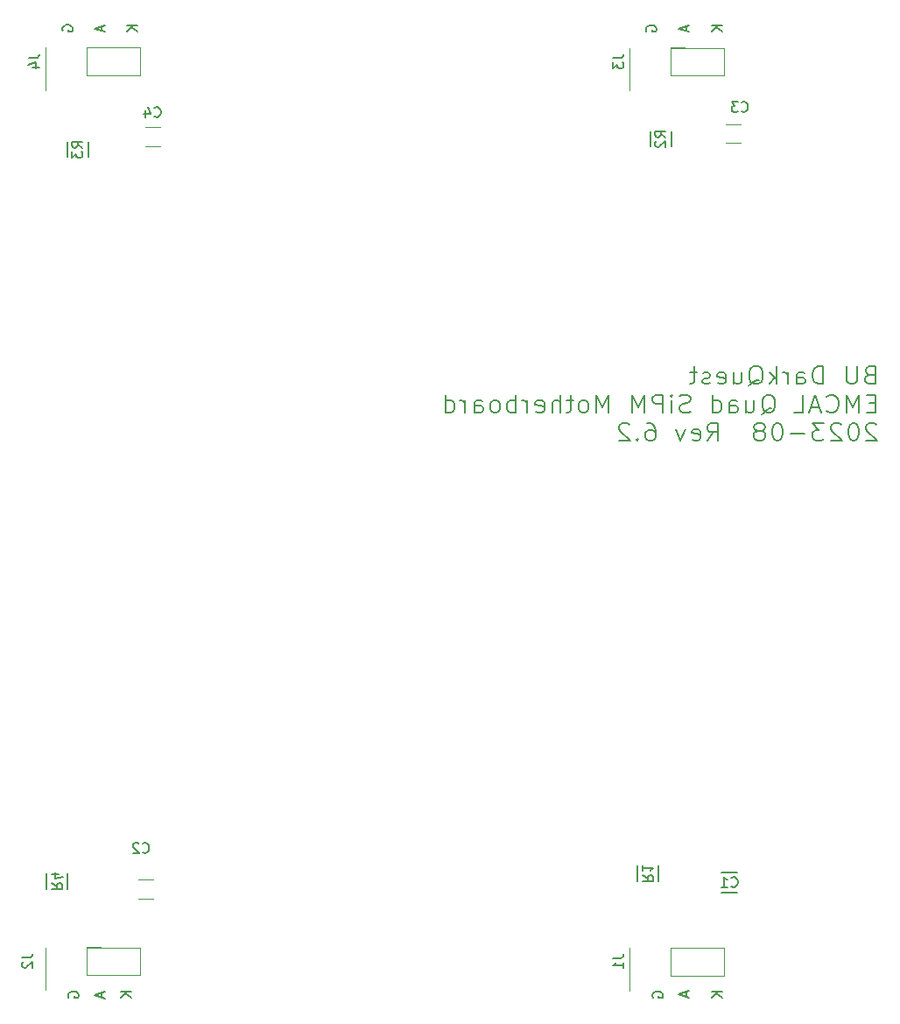
<source format=gbr>
%TF.GenerationSoftware,KiCad,Pcbnew,7.0.5-0*%
%TF.CreationDate,2023-08-23T15:34:40-04:00*%
%TF.ProjectId,quad_sipm,71756164-5f73-4697-906d-2e6b69636164,6.2*%
%TF.SameCoordinates,Original*%
%TF.FileFunction,Legend,Bot*%
%TF.FilePolarity,Positive*%
%FSLAX46Y46*%
G04 Gerber Fmt 4.6, Leading zero omitted, Abs format (unit mm)*
G04 Created by KiCad (PCBNEW 7.0.5-0) date 2023-08-23 15:34:40*
%MOMM*%
%LPD*%
G01*
G04 APERTURE LIST*
%ADD10C,0.150000*%
%ADD11C,0.203200*%
%ADD12C,0.120000*%
%ADD13C,0.152400*%
G04 APERTURE END LIST*
D10*
X124597438Y-53601904D02*
X124549819Y-53506666D01*
X124549819Y-53506666D02*
X124549819Y-53363809D01*
X124549819Y-53363809D02*
X124597438Y-53220952D01*
X124597438Y-53220952D02*
X124692676Y-53125714D01*
X124692676Y-53125714D02*
X124787914Y-53078095D01*
X124787914Y-53078095D02*
X124978390Y-53030476D01*
X124978390Y-53030476D02*
X125121247Y-53030476D01*
X125121247Y-53030476D02*
X125311723Y-53078095D01*
X125311723Y-53078095D02*
X125406961Y-53125714D01*
X125406961Y-53125714D02*
X125502200Y-53220952D01*
X125502200Y-53220952D02*
X125549819Y-53363809D01*
X125549819Y-53363809D02*
X125549819Y-53459047D01*
X125549819Y-53459047D02*
X125502200Y-53601904D01*
X125502200Y-53601904D02*
X125454580Y-53649523D01*
X125454580Y-53649523D02*
X125121247Y-53649523D01*
X125121247Y-53649523D02*
X125121247Y-53459047D01*
X131899819Y-53078095D02*
X130899819Y-53078095D01*
X131899819Y-53649523D02*
X131328390Y-53220952D01*
X130899819Y-53649523D02*
X131471247Y-53078095D01*
X128439104Y-53101905D02*
X128439104Y-53578095D01*
X128724819Y-53006667D02*
X127724819Y-53340000D01*
X127724819Y-53340000D02*
X128724819Y-53673333D01*
X68717438Y-146983220D02*
X68669819Y-146887982D01*
X68669819Y-146887982D02*
X68669819Y-146745125D01*
X68669819Y-146745125D02*
X68717438Y-146602268D01*
X68717438Y-146602268D02*
X68812676Y-146507030D01*
X68812676Y-146507030D02*
X68907914Y-146459411D01*
X68907914Y-146459411D02*
X69098390Y-146411792D01*
X69098390Y-146411792D02*
X69241247Y-146411792D01*
X69241247Y-146411792D02*
X69431723Y-146459411D01*
X69431723Y-146459411D02*
X69526961Y-146507030D01*
X69526961Y-146507030D02*
X69622200Y-146602268D01*
X69622200Y-146602268D02*
X69669819Y-146745125D01*
X69669819Y-146745125D02*
X69669819Y-146840363D01*
X69669819Y-146840363D02*
X69622200Y-146983220D01*
X69622200Y-146983220D02*
X69574580Y-147030839D01*
X69574580Y-147030839D02*
X69241247Y-147030839D01*
X69241247Y-147030839D02*
X69241247Y-146840363D01*
X71924104Y-146554649D02*
X71924104Y-147030839D01*
X72209819Y-146459411D02*
X71209819Y-146792744D01*
X71209819Y-146792744D02*
X72209819Y-147126077D01*
X75384819Y-53078095D02*
X74384819Y-53078095D01*
X75384819Y-53649523D02*
X74813390Y-53220952D01*
X74384819Y-53649523D02*
X74956247Y-53078095D01*
X71924104Y-53101905D02*
X71924104Y-53578095D01*
X72209819Y-53006667D02*
X71209819Y-53340000D01*
X71209819Y-53340000D02*
X72209819Y-53673333D01*
X74749819Y-146423095D02*
X73749819Y-146423095D01*
X74749819Y-146994523D02*
X74178390Y-146565952D01*
X73749819Y-146994523D02*
X74321247Y-146423095D01*
X128439104Y-146446905D02*
X128439104Y-146923095D01*
X128724819Y-146351667D02*
X127724819Y-146685000D01*
X127724819Y-146685000D02*
X128724819Y-147018333D01*
X125232438Y-146983220D02*
X125184819Y-146887982D01*
X125184819Y-146887982D02*
X125184819Y-146745125D01*
X125184819Y-146745125D02*
X125232438Y-146602268D01*
X125232438Y-146602268D02*
X125327676Y-146507030D01*
X125327676Y-146507030D02*
X125422914Y-146459411D01*
X125422914Y-146459411D02*
X125613390Y-146411792D01*
X125613390Y-146411792D02*
X125756247Y-146411792D01*
X125756247Y-146411792D02*
X125946723Y-146459411D01*
X125946723Y-146459411D02*
X126041961Y-146507030D01*
X126041961Y-146507030D02*
X126137200Y-146602268D01*
X126137200Y-146602268D02*
X126184819Y-146745125D01*
X126184819Y-146745125D02*
X126184819Y-146840363D01*
X126184819Y-146840363D02*
X126137200Y-146983220D01*
X126137200Y-146983220D02*
X126089580Y-147030839D01*
X126089580Y-147030839D02*
X125756247Y-147030839D01*
X125756247Y-147030839D02*
X125756247Y-146840363D01*
X131899819Y-146423095D02*
X130899819Y-146423095D01*
X131899819Y-146994523D02*
X131328390Y-146565952D01*
X130899819Y-146994523D02*
X131471247Y-146423095D01*
D11*
X146157744Y-86810410D02*
X145900601Y-86891362D01*
X145900601Y-86891362D02*
X145814887Y-86972314D01*
X145814887Y-86972314D02*
X145729173Y-87134219D01*
X145729173Y-87134219D02*
X145729173Y-87377076D01*
X145729173Y-87377076D02*
X145814887Y-87538981D01*
X145814887Y-87538981D02*
X145900601Y-87619934D01*
X145900601Y-87619934D02*
X146072030Y-87700886D01*
X146072030Y-87700886D02*
X146757744Y-87700886D01*
X146757744Y-87700886D02*
X146757744Y-86000886D01*
X146757744Y-86000886D02*
X146157744Y-86000886D01*
X146157744Y-86000886D02*
X145986316Y-86081838D01*
X145986316Y-86081838D02*
X145900601Y-86162791D01*
X145900601Y-86162791D02*
X145814887Y-86324695D01*
X145814887Y-86324695D02*
X145814887Y-86486600D01*
X145814887Y-86486600D02*
X145900601Y-86648505D01*
X145900601Y-86648505D02*
X145986316Y-86729457D01*
X145986316Y-86729457D02*
X146157744Y-86810410D01*
X146157744Y-86810410D02*
X146757744Y-86810410D01*
X144957744Y-86000886D02*
X144957744Y-87377076D01*
X144957744Y-87377076D02*
X144872030Y-87538981D01*
X144872030Y-87538981D02*
X144786316Y-87619934D01*
X144786316Y-87619934D02*
X144614887Y-87700886D01*
X144614887Y-87700886D02*
X144272030Y-87700886D01*
X144272030Y-87700886D02*
X144100601Y-87619934D01*
X144100601Y-87619934D02*
X144014887Y-87538981D01*
X144014887Y-87538981D02*
X143929173Y-87377076D01*
X143929173Y-87377076D02*
X143929173Y-86000886D01*
X141700601Y-87700886D02*
X141700601Y-86000886D01*
X141700601Y-86000886D02*
X141272030Y-86000886D01*
X141272030Y-86000886D02*
X141014887Y-86081838D01*
X141014887Y-86081838D02*
X140843458Y-86243743D01*
X140843458Y-86243743D02*
X140757744Y-86405648D01*
X140757744Y-86405648D02*
X140672030Y-86729457D01*
X140672030Y-86729457D02*
X140672030Y-86972314D01*
X140672030Y-86972314D02*
X140757744Y-87296124D01*
X140757744Y-87296124D02*
X140843458Y-87458029D01*
X140843458Y-87458029D02*
X141014887Y-87619934D01*
X141014887Y-87619934D02*
X141272030Y-87700886D01*
X141272030Y-87700886D02*
X141700601Y-87700886D01*
X139129173Y-87700886D02*
X139129173Y-86810410D01*
X139129173Y-86810410D02*
X139214887Y-86648505D01*
X139214887Y-86648505D02*
X139386315Y-86567553D01*
X139386315Y-86567553D02*
X139729173Y-86567553D01*
X139729173Y-86567553D02*
X139900601Y-86648505D01*
X139129173Y-87619934D02*
X139300601Y-87700886D01*
X139300601Y-87700886D02*
X139729173Y-87700886D01*
X139729173Y-87700886D02*
X139900601Y-87619934D01*
X139900601Y-87619934D02*
X139986315Y-87458029D01*
X139986315Y-87458029D02*
X139986315Y-87296124D01*
X139986315Y-87296124D02*
X139900601Y-87134219D01*
X139900601Y-87134219D02*
X139729173Y-87053267D01*
X139729173Y-87053267D02*
X139300601Y-87053267D01*
X139300601Y-87053267D02*
X139129173Y-86972314D01*
X138272030Y-87700886D02*
X138272030Y-86567553D01*
X138272030Y-86891362D02*
X138186316Y-86729457D01*
X138186316Y-86729457D02*
X138100602Y-86648505D01*
X138100602Y-86648505D02*
X137929173Y-86567553D01*
X137929173Y-86567553D02*
X137757744Y-86567553D01*
X137157744Y-87700886D02*
X137157744Y-86000886D01*
X136986316Y-87053267D02*
X136472030Y-87700886D01*
X136472030Y-86567553D02*
X137157744Y-87215172D01*
X134500601Y-87862791D02*
X134672030Y-87781838D01*
X134672030Y-87781838D02*
X134843458Y-87619934D01*
X134843458Y-87619934D02*
X135100601Y-87377076D01*
X135100601Y-87377076D02*
X135272030Y-87296124D01*
X135272030Y-87296124D02*
X135443458Y-87296124D01*
X135357744Y-87700886D02*
X135529173Y-87619934D01*
X135529173Y-87619934D02*
X135700601Y-87458029D01*
X135700601Y-87458029D02*
X135786315Y-87134219D01*
X135786315Y-87134219D02*
X135786315Y-86567553D01*
X135786315Y-86567553D02*
X135700601Y-86243743D01*
X135700601Y-86243743D02*
X135529173Y-86081838D01*
X135529173Y-86081838D02*
X135357744Y-86000886D01*
X135357744Y-86000886D02*
X135014887Y-86000886D01*
X135014887Y-86000886D02*
X134843458Y-86081838D01*
X134843458Y-86081838D02*
X134672030Y-86243743D01*
X134672030Y-86243743D02*
X134586315Y-86567553D01*
X134586315Y-86567553D02*
X134586315Y-87134219D01*
X134586315Y-87134219D02*
X134672030Y-87458029D01*
X134672030Y-87458029D02*
X134843458Y-87619934D01*
X134843458Y-87619934D02*
X135014887Y-87700886D01*
X135014887Y-87700886D02*
X135357744Y-87700886D01*
X133043459Y-86567553D02*
X133043459Y-87700886D01*
X133814887Y-86567553D02*
X133814887Y-87458029D01*
X133814887Y-87458029D02*
X133729173Y-87619934D01*
X133729173Y-87619934D02*
X133557744Y-87700886D01*
X133557744Y-87700886D02*
X133300601Y-87700886D01*
X133300601Y-87700886D02*
X133129173Y-87619934D01*
X133129173Y-87619934D02*
X133043459Y-87538981D01*
X131500602Y-87619934D02*
X131672030Y-87700886D01*
X131672030Y-87700886D02*
X132014888Y-87700886D01*
X132014888Y-87700886D02*
X132186316Y-87619934D01*
X132186316Y-87619934D02*
X132272030Y-87458029D01*
X132272030Y-87458029D02*
X132272030Y-86810410D01*
X132272030Y-86810410D02*
X132186316Y-86648505D01*
X132186316Y-86648505D02*
X132014888Y-86567553D01*
X132014888Y-86567553D02*
X131672030Y-86567553D01*
X131672030Y-86567553D02*
X131500602Y-86648505D01*
X131500602Y-86648505D02*
X131414888Y-86810410D01*
X131414888Y-86810410D02*
X131414888Y-86972314D01*
X131414888Y-86972314D02*
X132272030Y-87134219D01*
X130729173Y-87619934D02*
X130557745Y-87700886D01*
X130557745Y-87700886D02*
X130214888Y-87700886D01*
X130214888Y-87700886D02*
X130043459Y-87619934D01*
X130043459Y-87619934D02*
X129957745Y-87458029D01*
X129957745Y-87458029D02*
X129957745Y-87377076D01*
X129957745Y-87377076D02*
X130043459Y-87215172D01*
X130043459Y-87215172D02*
X130214888Y-87134219D01*
X130214888Y-87134219D02*
X130472031Y-87134219D01*
X130472031Y-87134219D02*
X130643459Y-87053267D01*
X130643459Y-87053267D02*
X130729173Y-86891362D01*
X130729173Y-86891362D02*
X130729173Y-86810410D01*
X130729173Y-86810410D02*
X130643459Y-86648505D01*
X130643459Y-86648505D02*
X130472031Y-86567553D01*
X130472031Y-86567553D02*
X130214888Y-86567553D01*
X130214888Y-86567553D02*
X130043459Y-86648505D01*
X129443459Y-86567553D02*
X128757745Y-86567553D01*
X129186316Y-86000886D02*
X129186316Y-87458029D01*
X129186316Y-87458029D02*
X129100602Y-87619934D01*
X129100602Y-87619934D02*
X128929173Y-87700886D01*
X128929173Y-87700886D02*
X128757745Y-87700886D01*
X146757744Y-89547410D02*
X146157744Y-89547410D01*
X145900601Y-90437886D02*
X146757744Y-90437886D01*
X146757744Y-90437886D02*
X146757744Y-88737886D01*
X146757744Y-88737886D02*
X145900601Y-88737886D01*
X145129173Y-90437886D02*
X145129173Y-88737886D01*
X145129173Y-88737886D02*
X144529173Y-89952172D01*
X144529173Y-89952172D02*
X143929173Y-88737886D01*
X143929173Y-88737886D02*
X143929173Y-90437886D01*
X142043459Y-90275981D02*
X142129173Y-90356934D01*
X142129173Y-90356934D02*
X142386316Y-90437886D01*
X142386316Y-90437886D02*
X142557744Y-90437886D01*
X142557744Y-90437886D02*
X142814887Y-90356934D01*
X142814887Y-90356934D02*
X142986316Y-90195029D01*
X142986316Y-90195029D02*
X143072030Y-90033124D01*
X143072030Y-90033124D02*
X143157744Y-89709314D01*
X143157744Y-89709314D02*
X143157744Y-89466457D01*
X143157744Y-89466457D02*
X143072030Y-89142648D01*
X143072030Y-89142648D02*
X142986316Y-88980743D01*
X142986316Y-88980743D02*
X142814887Y-88818838D01*
X142814887Y-88818838D02*
X142557744Y-88737886D01*
X142557744Y-88737886D02*
X142386316Y-88737886D01*
X142386316Y-88737886D02*
X142129173Y-88818838D01*
X142129173Y-88818838D02*
X142043459Y-88899791D01*
X141357744Y-89952172D02*
X140500602Y-89952172D01*
X141529173Y-90437886D02*
X140929173Y-88737886D01*
X140929173Y-88737886D02*
X140329173Y-90437886D01*
X138872030Y-90437886D02*
X139729173Y-90437886D01*
X139729173Y-90437886D02*
X139729173Y-88737886D01*
X135700601Y-90599791D02*
X135872030Y-90518838D01*
X135872030Y-90518838D02*
X136043458Y-90356934D01*
X136043458Y-90356934D02*
X136300601Y-90114076D01*
X136300601Y-90114076D02*
X136472030Y-90033124D01*
X136472030Y-90033124D02*
X136643458Y-90033124D01*
X136557744Y-90437886D02*
X136729173Y-90356934D01*
X136729173Y-90356934D02*
X136900601Y-90195029D01*
X136900601Y-90195029D02*
X136986315Y-89871219D01*
X136986315Y-89871219D02*
X136986315Y-89304553D01*
X136986315Y-89304553D02*
X136900601Y-88980743D01*
X136900601Y-88980743D02*
X136729173Y-88818838D01*
X136729173Y-88818838D02*
X136557744Y-88737886D01*
X136557744Y-88737886D02*
X136214887Y-88737886D01*
X136214887Y-88737886D02*
X136043458Y-88818838D01*
X136043458Y-88818838D02*
X135872030Y-88980743D01*
X135872030Y-88980743D02*
X135786315Y-89304553D01*
X135786315Y-89304553D02*
X135786315Y-89871219D01*
X135786315Y-89871219D02*
X135872030Y-90195029D01*
X135872030Y-90195029D02*
X136043458Y-90356934D01*
X136043458Y-90356934D02*
X136214887Y-90437886D01*
X136214887Y-90437886D02*
X136557744Y-90437886D01*
X134243459Y-89304553D02*
X134243459Y-90437886D01*
X135014887Y-89304553D02*
X135014887Y-90195029D01*
X135014887Y-90195029D02*
X134929173Y-90356934D01*
X134929173Y-90356934D02*
X134757744Y-90437886D01*
X134757744Y-90437886D02*
X134500601Y-90437886D01*
X134500601Y-90437886D02*
X134329173Y-90356934D01*
X134329173Y-90356934D02*
X134243459Y-90275981D01*
X132614888Y-90437886D02*
X132614888Y-89547410D01*
X132614888Y-89547410D02*
X132700602Y-89385505D01*
X132700602Y-89385505D02*
X132872030Y-89304553D01*
X132872030Y-89304553D02*
X133214888Y-89304553D01*
X133214888Y-89304553D02*
X133386316Y-89385505D01*
X132614888Y-90356934D02*
X132786316Y-90437886D01*
X132786316Y-90437886D02*
X133214888Y-90437886D01*
X133214888Y-90437886D02*
X133386316Y-90356934D01*
X133386316Y-90356934D02*
X133472030Y-90195029D01*
X133472030Y-90195029D02*
X133472030Y-90033124D01*
X133472030Y-90033124D02*
X133386316Y-89871219D01*
X133386316Y-89871219D02*
X133214888Y-89790267D01*
X133214888Y-89790267D02*
X132786316Y-89790267D01*
X132786316Y-89790267D02*
X132614888Y-89709314D01*
X130986317Y-90437886D02*
X130986317Y-88737886D01*
X130986317Y-90356934D02*
X131157745Y-90437886D01*
X131157745Y-90437886D02*
X131500602Y-90437886D01*
X131500602Y-90437886D02*
X131672031Y-90356934D01*
X131672031Y-90356934D02*
X131757745Y-90275981D01*
X131757745Y-90275981D02*
X131843459Y-90114076D01*
X131843459Y-90114076D02*
X131843459Y-89628362D01*
X131843459Y-89628362D02*
X131757745Y-89466457D01*
X131757745Y-89466457D02*
X131672031Y-89385505D01*
X131672031Y-89385505D02*
X131500602Y-89304553D01*
X131500602Y-89304553D02*
X131157745Y-89304553D01*
X131157745Y-89304553D02*
X130986317Y-89385505D01*
X128843459Y-90356934D02*
X128586317Y-90437886D01*
X128586317Y-90437886D02*
X128157745Y-90437886D01*
X128157745Y-90437886D02*
X127986317Y-90356934D01*
X127986317Y-90356934D02*
X127900602Y-90275981D01*
X127900602Y-90275981D02*
X127814888Y-90114076D01*
X127814888Y-90114076D02*
X127814888Y-89952172D01*
X127814888Y-89952172D02*
X127900602Y-89790267D01*
X127900602Y-89790267D02*
X127986317Y-89709314D01*
X127986317Y-89709314D02*
X128157745Y-89628362D01*
X128157745Y-89628362D02*
X128500602Y-89547410D01*
X128500602Y-89547410D02*
X128672031Y-89466457D01*
X128672031Y-89466457D02*
X128757745Y-89385505D01*
X128757745Y-89385505D02*
X128843459Y-89223600D01*
X128843459Y-89223600D02*
X128843459Y-89061695D01*
X128843459Y-89061695D02*
X128757745Y-88899791D01*
X128757745Y-88899791D02*
X128672031Y-88818838D01*
X128672031Y-88818838D02*
X128500602Y-88737886D01*
X128500602Y-88737886D02*
X128072031Y-88737886D01*
X128072031Y-88737886D02*
X127814888Y-88818838D01*
X127043459Y-90437886D02*
X127043459Y-89304553D01*
X127043459Y-88737886D02*
X127129173Y-88818838D01*
X127129173Y-88818838D02*
X127043459Y-88899791D01*
X127043459Y-88899791D02*
X126957745Y-88818838D01*
X126957745Y-88818838D02*
X127043459Y-88737886D01*
X127043459Y-88737886D02*
X127043459Y-88899791D01*
X126186316Y-90437886D02*
X126186316Y-88737886D01*
X126186316Y-88737886D02*
X125500602Y-88737886D01*
X125500602Y-88737886D02*
X125329173Y-88818838D01*
X125329173Y-88818838D02*
X125243459Y-88899791D01*
X125243459Y-88899791D02*
X125157745Y-89061695D01*
X125157745Y-89061695D02*
X125157745Y-89304553D01*
X125157745Y-89304553D02*
X125243459Y-89466457D01*
X125243459Y-89466457D02*
X125329173Y-89547410D01*
X125329173Y-89547410D02*
X125500602Y-89628362D01*
X125500602Y-89628362D02*
X126186316Y-89628362D01*
X124386316Y-90437886D02*
X124386316Y-88737886D01*
X124386316Y-88737886D02*
X123786316Y-89952172D01*
X123786316Y-89952172D02*
X123186316Y-88737886D01*
X123186316Y-88737886D02*
X123186316Y-90437886D01*
X120957744Y-90437886D02*
X120957744Y-88737886D01*
X120957744Y-88737886D02*
X120357744Y-89952172D01*
X120357744Y-89952172D02*
X119757744Y-88737886D01*
X119757744Y-88737886D02*
X119757744Y-90437886D01*
X118643458Y-90437886D02*
X118814887Y-90356934D01*
X118814887Y-90356934D02*
X118900601Y-90275981D01*
X118900601Y-90275981D02*
X118986315Y-90114076D01*
X118986315Y-90114076D02*
X118986315Y-89628362D01*
X118986315Y-89628362D02*
X118900601Y-89466457D01*
X118900601Y-89466457D02*
X118814887Y-89385505D01*
X118814887Y-89385505D02*
X118643458Y-89304553D01*
X118643458Y-89304553D02*
X118386315Y-89304553D01*
X118386315Y-89304553D02*
X118214887Y-89385505D01*
X118214887Y-89385505D02*
X118129173Y-89466457D01*
X118129173Y-89466457D02*
X118043458Y-89628362D01*
X118043458Y-89628362D02*
X118043458Y-90114076D01*
X118043458Y-90114076D02*
X118129173Y-90275981D01*
X118129173Y-90275981D02*
X118214887Y-90356934D01*
X118214887Y-90356934D02*
X118386315Y-90437886D01*
X118386315Y-90437886D02*
X118643458Y-90437886D01*
X117529173Y-89304553D02*
X116843459Y-89304553D01*
X117272030Y-88737886D02*
X117272030Y-90195029D01*
X117272030Y-90195029D02*
X117186316Y-90356934D01*
X117186316Y-90356934D02*
X117014887Y-90437886D01*
X117014887Y-90437886D02*
X116843459Y-90437886D01*
X116243459Y-90437886D02*
X116243459Y-88737886D01*
X115472031Y-90437886D02*
X115472031Y-89547410D01*
X115472031Y-89547410D02*
X115557745Y-89385505D01*
X115557745Y-89385505D02*
X115729173Y-89304553D01*
X115729173Y-89304553D02*
X115986316Y-89304553D01*
X115986316Y-89304553D02*
X116157745Y-89385505D01*
X116157745Y-89385505D02*
X116243459Y-89466457D01*
X113929174Y-90356934D02*
X114100602Y-90437886D01*
X114100602Y-90437886D02*
X114443460Y-90437886D01*
X114443460Y-90437886D02*
X114614888Y-90356934D01*
X114614888Y-90356934D02*
X114700602Y-90195029D01*
X114700602Y-90195029D02*
X114700602Y-89547410D01*
X114700602Y-89547410D02*
X114614888Y-89385505D01*
X114614888Y-89385505D02*
X114443460Y-89304553D01*
X114443460Y-89304553D02*
X114100602Y-89304553D01*
X114100602Y-89304553D02*
X113929174Y-89385505D01*
X113929174Y-89385505D02*
X113843460Y-89547410D01*
X113843460Y-89547410D02*
X113843460Y-89709314D01*
X113843460Y-89709314D02*
X114700602Y-89871219D01*
X113072031Y-90437886D02*
X113072031Y-89304553D01*
X113072031Y-89628362D02*
X112986317Y-89466457D01*
X112986317Y-89466457D02*
X112900603Y-89385505D01*
X112900603Y-89385505D02*
X112729174Y-89304553D01*
X112729174Y-89304553D02*
X112557745Y-89304553D01*
X111957745Y-90437886D02*
X111957745Y-88737886D01*
X111957745Y-89385505D02*
X111786317Y-89304553D01*
X111786317Y-89304553D02*
X111443459Y-89304553D01*
X111443459Y-89304553D02*
X111272031Y-89385505D01*
X111272031Y-89385505D02*
X111186317Y-89466457D01*
X111186317Y-89466457D02*
X111100602Y-89628362D01*
X111100602Y-89628362D02*
X111100602Y-90114076D01*
X111100602Y-90114076D02*
X111186317Y-90275981D01*
X111186317Y-90275981D02*
X111272031Y-90356934D01*
X111272031Y-90356934D02*
X111443459Y-90437886D01*
X111443459Y-90437886D02*
X111786317Y-90437886D01*
X111786317Y-90437886D02*
X111957745Y-90356934D01*
X110072031Y-90437886D02*
X110243460Y-90356934D01*
X110243460Y-90356934D02*
X110329174Y-90275981D01*
X110329174Y-90275981D02*
X110414888Y-90114076D01*
X110414888Y-90114076D02*
X110414888Y-89628362D01*
X110414888Y-89628362D02*
X110329174Y-89466457D01*
X110329174Y-89466457D02*
X110243460Y-89385505D01*
X110243460Y-89385505D02*
X110072031Y-89304553D01*
X110072031Y-89304553D02*
X109814888Y-89304553D01*
X109814888Y-89304553D02*
X109643460Y-89385505D01*
X109643460Y-89385505D02*
X109557746Y-89466457D01*
X109557746Y-89466457D02*
X109472031Y-89628362D01*
X109472031Y-89628362D02*
X109472031Y-90114076D01*
X109472031Y-90114076D02*
X109557746Y-90275981D01*
X109557746Y-90275981D02*
X109643460Y-90356934D01*
X109643460Y-90356934D02*
X109814888Y-90437886D01*
X109814888Y-90437886D02*
X110072031Y-90437886D01*
X107929175Y-90437886D02*
X107929175Y-89547410D01*
X107929175Y-89547410D02*
X108014889Y-89385505D01*
X108014889Y-89385505D02*
X108186317Y-89304553D01*
X108186317Y-89304553D02*
X108529175Y-89304553D01*
X108529175Y-89304553D02*
X108700603Y-89385505D01*
X107929175Y-90356934D02*
X108100603Y-90437886D01*
X108100603Y-90437886D02*
X108529175Y-90437886D01*
X108529175Y-90437886D02*
X108700603Y-90356934D01*
X108700603Y-90356934D02*
X108786317Y-90195029D01*
X108786317Y-90195029D02*
X108786317Y-90033124D01*
X108786317Y-90033124D02*
X108700603Y-89871219D01*
X108700603Y-89871219D02*
X108529175Y-89790267D01*
X108529175Y-89790267D02*
X108100603Y-89790267D01*
X108100603Y-89790267D02*
X107929175Y-89709314D01*
X107072032Y-90437886D02*
X107072032Y-89304553D01*
X107072032Y-89628362D02*
X106986318Y-89466457D01*
X106986318Y-89466457D02*
X106900604Y-89385505D01*
X106900604Y-89385505D02*
X106729175Y-89304553D01*
X106729175Y-89304553D02*
X106557746Y-89304553D01*
X105186318Y-90437886D02*
X105186318Y-88737886D01*
X105186318Y-90356934D02*
X105357746Y-90437886D01*
X105357746Y-90437886D02*
X105700603Y-90437886D01*
X105700603Y-90437886D02*
X105872032Y-90356934D01*
X105872032Y-90356934D02*
X105957746Y-90275981D01*
X105957746Y-90275981D02*
X106043460Y-90114076D01*
X106043460Y-90114076D02*
X106043460Y-89628362D01*
X106043460Y-89628362D02*
X105957746Y-89466457D01*
X105957746Y-89466457D02*
X105872032Y-89385505D01*
X105872032Y-89385505D02*
X105700603Y-89304553D01*
X105700603Y-89304553D02*
X105357746Y-89304553D01*
X105357746Y-89304553D02*
X105186318Y-89385505D01*
X146843458Y-91636791D02*
X146757744Y-91555838D01*
X146757744Y-91555838D02*
X146586316Y-91474886D01*
X146586316Y-91474886D02*
X146157744Y-91474886D01*
X146157744Y-91474886D02*
X145986316Y-91555838D01*
X145986316Y-91555838D02*
X145900601Y-91636791D01*
X145900601Y-91636791D02*
X145814887Y-91798695D01*
X145814887Y-91798695D02*
X145814887Y-91960600D01*
X145814887Y-91960600D02*
X145900601Y-92203457D01*
X145900601Y-92203457D02*
X146929173Y-93174886D01*
X146929173Y-93174886D02*
X145814887Y-93174886D01*
X144700601Y-91474886D02*
X144529172Y-91474886D01*
X144529172Y-91474886D02*
X144357744Y-91555838D01*
X144357744Y-91555838D02*
X144272030Y-91636791D01*
X144272030Y-91636791D02*
X144186315Y-91798695D01*
X144186315Y-91798695D02*
X144100601Y-92122505D01*
X144100601Y-92122505D02*
X144100601Y-92527267D01*
X144100601Y-92527267D02*
X144186315Y-92851076D01*
X144186315Y-92851076D02*
X144272030Y-93012981D01*
X144272030Y-93012981D02*
X144357744Y-93093934D01*
X144357744Y-93093934D02*
X144529172Y-93174886D01*
X144529172Y-93174886D02*
X144700601Y-93174886D01*
X144700601Y-93174886D02*
X144872030Y-93093934D01*
X144872030Y-93093934D02*
X144957744Y-93012981D01*
X144957744Y-93012981D02*
X145043458Y-92851076D01*
X145043458Y-92851076D02*
X145129172Y-92527267D01*
X145129172Y-92527267D02*
X145129172Y-92122505D01*
X145129172Y-92122505D02*
X145043458Y-91798695D01*
X145043458Y-91798695D02*
X144957744Y-91636791D01*
X144957744Y-91636791D02*
X144872030Y-91555838D01*
X144872030Y-91555838D02*
X144700601Y-91474886D01*
X143414886Y-91636791D02*
X143329172Y-91555838D01*
X143329172Y-91555838D02*
X143157744Y-91474886D01*
X143157744Y-91474886D02*
X142729172Y-91474886D01*
X142729172Y-91474886D02*
X142557744Y-91555838D01*
X142557744Y-91555838D02*
X142472029Y-91636791D01*
X142472029Y-91636791D02*
X142386315Y-91798695D01*
X142386315Y-91798695D02*
X142386315Y-91960600D01*
X142386315Y-91960600D02*
X142472029Y-92203457D01*
X142472029Y-92203457D02*
X143500601Y-93174886D01*
X143500601Y-93174886D02*
X142386315Y-93174886D01*
X141786315Y-91474886D02*
X140672029Y-91474886D01*
X140672029Y-91474886D02*
X141272029Y-92122505D01*
X141272029Y-92122505D02*
X141014886Y-92122505D01*
X141014886Y-92122505D02*
X140843458Y-92203457D01*
X140843458Y-92203457D02*
X140757743Y-92284410D01*
X140757743Y-92284410D02*
X140672029Y-92446314D01*
X140672029Y-92446314D02*
X140672029Y-92851076D01*
X140672029Y-92851076D02*
X140757743Y-93012981D01*
X140757743Y-93012981D02*
X140843458Y-93093934D01*
X140843458Y-93093934D02*
X141014886Y-93174886D01*
X141014886Y-93174886D02*
X141529172Y-93174886D01*
X141529172Y-93174886D02*
X141700600Y-93093934D01*
X141700600Y-93093934D02*
X141786315Y-93012981D01*
X139900600Y-92527267D02*
X138529172Y-92527267D01*
X137329172Y-91474886D02*
X137157743Y-91474886D01*
X137157743Y-91474886D02*
X136986315Y-91555838D01*
X136986315Y-91555838D02*
X136900601Y-91636791D01*
X136900601Y-91636791D02*
X136814886Y-91798695D01*
X136814886Y-91798695D02*
X136729172Y-92122505D01*
X136729172Y-92122505D02*
X136729172Y-92527267D01*
X136729172Y-92527267D02*
X136814886Y-92851076D01*
X136814886Y-92851076D02*
X136900601Y-93012981D01*
X136900601Y-93012981D02*
X136986315Y-93093934D01*
X136986315Y-93093934D02*
X137157743Y-93174886D01*
X137157743Y-93174886D02*
X137329172Y-93174886D01*
X137329172Y-93174886D02*
X137500601Y-93093934D01*
X137500601Y-93093934D02*
X137586315Y-93012981D01*
X137586315Y-93012981D02*
X137672029Y-92851076D01*
X137672029Y-92851076D02*
X137757743Y-92527267D01*
X137757743Y-92527267D02*
X137757743Y-92122505D01*
X137757743Y-92122505D02*
X137672029Y-91798695D01*
X137672029Y-91798695D02*
X137586315Y-91636791D01*
X137586315Y-91636791D02*
X137500601Y-91555838D01*
X137500601Y-91555838D02*
X137329172Y-91474886D01*
X135700600Y-92203457D02*
X135872029Y-92122505D01*
X135872029Y-92122505D02*
X135957743Y-92041553D01*
X135957743Y-92041553D02*
X136043457Y-91879648D01*
X136043457Y-91879648D02*
X136043457Y-91798695D01*
X136043457Y-91798695D02*
X135957743Y-91636791D01*
X135957743Y-91636791D02*
X135872029Y-91555838D01*
X135872029Y-91555838D02*
X135700600Y-91474886D01*
X135700600Y-91474886D02*
X135357743Y-91474886D01*
X135357743Y-91474886D02*
X135186315Y-91555838D01*
X135186315Y-91555838D02*
X135100600Y-91636791D01*
X135100600Y-91636791D02*
X135014886Y-91798695D01*
X135014886Y-91798695D02*
X135014886Y-91879648D01*
X135014886Y-91879648D02*
X135100600Y-92041553D01*
X135100600Y-92041553D02*
X135186315Y-92122505D01*
X135186315Y-92122505D02*
X135357743Y-92203457D01*
X135357743Y-92203457D02*
X135700600Y-92203457D01*
X135700600Y-92203457D02*
X135872029Y-92284410D01*
X135872029Y-92284410D02*
X135957743Y-92365362D01*
X135957743Y-92365362D02*
X136043457Y-92527267D01*
X136043457Y-92527267D02*
X136043457Y-92851076D01*
X136043457Y-92851076D02*
X135957743Y-93012981D01*
X135957743Y-93012981D02*
X135872029Y-93093934D01*
X135872029Y-93093934D02*
X135700600Y-93174886D01*
X135700600Y-93174886D02*
X135357743Y-93174886D01*
X135357743Y-93174886D02*
X135186315Y-93093934D01*
X135186315Y-93093934D02*
X135100600Y-93012981D01*
X135100600Y-93012981D02*
X135014886Y-92851076D01*
X135014886Y-92851076D02*
X135014886Y-92527267D01*
X135014886Y-92527267D02*
X135100600Y-92365362D01*
X135100600Y-92365362D02*
X135186315Y-92284410D01*
X135186315Y-92284410D02*
X135357743Y-92203457D01*
X130472028Y-93174886D02*
X131072028Y-92365362D01*
X131500599Y-93174886D02*
X131500599Y-91474886D01*
X131500599Y-91474886D02*
X130814885Y-91474886D01*
X130814885Y-91474886D02*
X130643456Y-91555838D01*
X130643456Y-91555838D02*
X130557742Y-91636791D01*
X130557742Y-91636791D02*
X130472028Y-91798695D01*
X130472028Y-91798695D02*
X130472028Y-92041553D01*
X130472028Y-92041553D02*
X130557742Y-92203457D01*
X130557742Y-92203457D02*
X130643456Y-92284410D01*
X130643456Y-92284410D02*
X130814885Y-92365362D01*
X130814885Y-92365362D02*
X131500599Y-92365362D01*
X129014885Y-93093934D02*
X129186313Y-93174886D01*
X129186313Y-93174886D02*
X129529171Y-93174886D01*
X129529171Y-93174886D02*
X129700599Y-93093934D01*
X129700599Y-93093934D02*
X129786313Y-92932029D01*
X129786313Y-92932029D02*
X129786313Y-92284410D01*
X129786313Y-92284410D02*
X129700599Y-92122505D01*
X129700599Y-92122505D02*
X129529171Y-92041553D01*
X129529171Y-92041553D02*
X129186313Y-92041553D01*
X129186313Y-92041553D02*
X129014885Y-92122505D01*
X129014885Y-92122505D02*
X128929171Y-92284410D01*
X128929171Y-92284410D02*
X128929171Y-92446314D01*
X128929171Y-92446314D02*
X129786313Y-92608219D01*
X128329171Y-92041553D02*
X127900599Y-93174886D01*
X127900599Y-93174886D02*
X127472028Y-92041553D01*
X124643456Y-91474886D02*
X124986313Y-91474886D01*
X124986313Y-91474886D02*
X125157741Y-91555838D01*
X125157741Y-91555838D02*
X125243456Y-91636791D01*
X125243456Y-91636791D02*
X125414884Y-91879648D01*
X125414884Y-91879648D02*
X125500598Y-92203457D01*
X125500598Y-92203457D02*
X125500598Y-92851076D01*
X125500598Y-92851076D02*
X125414884Y-93012981D01*
X125414884Y-93012981D02*
X125329170Y-93093934D01*
X125329170Y-93093934D02*
X125157741Y-93174886D01*
X125157741Y-93174886D02*
X124814884Y-93174886D01*
X124814884Y-93174886D02*
X124643456Y-93093934D01*
X124643456Y-93093934D02*
X124557741Y-93012981D01*
X124557741Y-93012981D02*
X124472027Y-92851076D01*
X124472027Y-92851076D02*
X124472027Y-92446314D01*
X124472027Y-92446314D02*
X124557741Y-92284410D01*
X124557741Y-92284410D02*
X124643456Y-92203457D01*
X124643456Y-92203457D02*
X124814884Y-92122505D01*
X124814884Y-92122505D02*
X125157741Y-92122505D01*
X125157741Y-92122505D02*
X125329170Y-92203457D01*
X125329170Y-92203457D02*
X125414884Y-92284410D01*
X125414884Y-92284410D02*
X125500598Y-92446314D01*
X123700598Y-93012981D02*
X123614884Y-93093934D01*
X123614884Y-93093934D02*
X123700598Y-93174886D01*
X123700598Y-93174886D02*
X123786312Y-93093934D01*
X123786312Y-93093934D02*
X123700598Y-93012981D01*
X123700598Y-93012981D02*
X123700598Y-93174886D01*
X122929169Y-91636791D02*
X122843455Y-91555838D01*
X122843455Y-91555838D02*
X122672027Y-91474886D01*
X122672027Y-91474886D02*
X122243455Y-91474886D01*
X122243455Y-91474886D02*
X122072027Y-91555838D01*
X122072027Y-91555838D02*
X121986312Y-91636791D01*
X121986312Y-91636791D02*
X121900598Y-91798695D01*
X121900598Y-91798695D02*
X121900598Y-91960600D01*
X121900598Y-91960600D02*
X121986312Y-92203457D01*
X121986312Y-92203457D02*
X123014884Y-93174886D01*
X123014884Y-93174886D02*
X121900598Y-93174886D01*
D10*
X68162438Y-53565588D02*
X68114819Y-53470350D01*
X68114819Y-53470350D02*
X68114819Y-53327493D01*
X68114819Y-53327493D02*
X68162438Y-53184636D01*
X68162438Y-53184636D02*
X68257676Y-53089398D01*
X68257676Y-53089398D02*
X68352914Y-53041779D01*
X68352914Y-53041779D02*
X68543390Y-52994160D01*
X68543390Y-52994160D02*
X68686247Y-52994160D01*
X68686247Y-52994160D02*
X68876723Y-53041779D01*
X68876723Y-53041779D02*
X68971961Y-53089398D01*
X68971961Y-53089398D02*
X69067200Y-53184636D01*
X69067200Y-53184636D02*
X69114819Y-53327493D01*
X69114819Y-53327493D02*
X69114819Y-53422731D01*
X69114819Y-53422731D02*
X69067200Y-53565588D01*
X69067200Y-53565588D02*
X69019580Y-53613207D01*
X69019580Y-53613207D02*
X68686247Y-53613207D01*
X68686247Y-53613207D02*
X68686247Y-53422731D01*
%TO.C,J1*%
X121374819Y-143176666D02*
X122089104Y-143176666D01*
X122089104Y-143176666D02*
X122231961Y-143129047D01*
X122231961Y-143129047D02*
X122327200Y-143033809D01*
X122327200Y-143033809D02*
X122374819Y-142890952D01*
X122374819Y-142890952D02*
X122374819Y-142795714D01*
X122374819Y-144176666D02*
X122374819Y-143605238D01*
X122374819Y-143890952D02*
X121374819Y-143890952D01*
X121374819Y-143890952D02*
X121517676Y-143795714D01*
X121517676Y-143795714D02*
X121612914Y-143700476D01*
X121612914Y-143700476D02*
X121660533Y-143605238D01*
%TO.C,C4*%
X77001666Y-61827580D02*
X77049285Y-61875200D01*
X77049285Y-61875200D02*
X77192142Y-61922819D01*
X77192142Y-61922819D02*
X77287380Y-61922819D01*
X77287380Y-61922819D02*
X77430237Y-61875200D01*
X77430237Y-61875200D02*
X77525475Y-61779961D01*
X77525475Y-61779961D02*
X77573094Y-61684723D01*
X77573094Y-61684723D02*
X77620713Y-61494247D01*
X77620713Y-61494247D02*
X77620713Y-61351390D01*
X77620713Y-61351390D02*
X77573094Y-61160914D01*
X77573094Y-61160914D02*
X77525475Y-61065676D01*
X77525475Y-61065676D02*
X77430237Y-60970438D01*
X77430237Y-60970438D02*
X77287380Y-60922819D01*
X77287380Y-60922819D02*
X77192142Y-60922819D01*
X77192142Y-60922819D02*
X77049285Y-60970438D01*
X77049285Y-60970438D02*
X77001666Y-61018057D01*
X76144523Y-61256152D02*
X76144523Y-61922819D01*
X76382618Y-60875200D02*
X76620713Y-61589485D01*
X76620713Y-61589485D02*
X76001666Y-61589485D01*
%TO.C,J3*%
X121374819Y-56181666D02*
X122089104Y-56181666D01*
X122089104Y-56181666D02*
X122231961Y-56134047D01*
X122231961Y-56134047D02*
X122327200Y-56038809D01*
X122327200Y-56038809D02*
X122374819Y-55895952D01*
X122374819Y-55895952D02*
X122374819Y-55800714D01*
X121374819Y-56562619D02*
X121374819Y-57181666D01*
X121374819Y-57181666D02*
X121755771Y-56848333D01*
X121755771Y-56848333D02*
X121755771Y-56991190D01*
X121755771Y-56991190D02*
X121803390Y-57086428D01*
X121803390Y-57086428D02*
X121851009Y-57134047D01*
X121851009Y-57134047D02*
X121946247Y-57181666D01*
X121946247Y-57181666D02*
X122184342Y-57181666D01*
X122184342Y-57181666D02*
X122279580Y-57134047D01*
X122279580Y-57134047D02*
X122327200Y-57086428D01*
X122327200Y-57086428D02*
X122374819Y-56991190D01*
X122374819Y-56991190D02*
X122374819Y-56705476D01*
X122374819Y-56705476D02*
X122327200Y-56610238D01*
X122327200Y-56610238D02*
X122279580Y-56562619D01*
%TO.C,J4*%
X64859819Y-56181666D02*
X65574104Y-56181666D01*
X65574104Y-56181666D02*
X65716961Y-56134047D01*
X65716961Y-56134047D02*
X65812200Y-56038809D01*
X65812200Y-56038809D02*
X65859819Y-55895952D01*
X65859819Y-55895952D02*
X65859819Y-55800714D01*
X65193152Y-57086428D02*
X65859819Y-57086428D01*
X64812200Y-56848333D02*
X65526485Y-56610238D01*
X65526485Y-56610238D02*
X65526485Y-57229285D01*
%TO.C,C3*%
X133770666Y-61319580D02*
X133818285Y-61367200D01*
X133818285Y-61367200D02*
X133961142Y-61414819D01*
X133961142Y-61414819D02*
X134056380Y-61414819D01*
X134056380Y-61414819D02*
X134199237Y-61367200D01*
X134199237Y-61367200D02*
X134294475Y-61271961D01*
X134294475Y-61271961D02*
X134342094Y-61176723D01*
X134342094Y-61176723D02*
X134389713Y-60986247D01*
X134389713Y-60986247D02*
X134389713Y-60843390D01*
X134389713Y-60843390D02*
X134342094Y-60652914D01*
X134342094Y-60652914D02*
X134294475Y-60557676D01*
X134294475Y-60557676D02*
X134199237Y-60462438D01*
X134199237Y-60462438D02*
X134056380Y-60414819D01*
X134056380Y-60414819D02*
X133961142Y-60414819D01*
X133961142Y-60414819D02*
X133818285Y-60462438D01*
X133818285Y-60462438D02*
X133770666Y-60510057D01*
X133437332Y-60414819D02*
X132818285Y-60414819D01*
X132818285Y-60414819D02*
X133151618Y-60795771D01*
X133151618Y-60795771D02*
X133008761Y-60795771D01*
X133008761Y-60795771D02*
X132913523Y-60843390D01*
X132913523Y-60843390D02*
X132865904Y-60891009D01*
X132865904Y-60891009D02*
X132818285Y-60986247D01*
X132818285Y-60986247D02*
X132818285Y-61224342D01*
X132818285Y-61224342D02*
X132865904Y-61319580D01*
X132865904Y-61319580D02*
X132913523Y-61367200D01*
X132913523Y-61367200D02*
X133008761Y-61414819D01*
X133008761Y-61414819D02*
X133294475Y-61414819D01*
X133294475Y-61414819D02*
X133389713Y-61367200D01*
X133389713Y-61367200D02*
X133437332Y-61319580D01*
%TO.C,J2*%
X64224819Y-143131666D02*
X64939104Y-143131666D01*
X64939104Y-143131666D02*
X65081961Y-143084047D01*
X65081961Y-143084047D02*
X65177200Y-142988809D01*
X65177200Y-142988809D02*
X65224819Y-142845952D01*
X65224819Y-142845952D02*
X65224819Y-142750714D01*
X64320057Y-143560238D02*
X64272438Y-143607857D01*
X64272438Y-143607857D02*
X64224819Y-143703095D01*
X64224819Y-143703095D02*
X64224819Y-143941190D01*
X64224819Y-143941190D02*
X64272438Y-144036428D01*
X64272438Y-144036428D02*
X64320057Y-144084047D01*
X64320057Y-144084047D02*
X64415295Y-144131666D01*
X64415295Y-144131666D02*
X64510533Y-144131666D01*
X64510533Y-144131666D02*
X64653390Y-144084047D01*
X64653390Y-144084047D02*
X65224819Y-143512619D01*
X65224819Y-143512619D02*
X65224819Y-144131666D01*
%TO.C,C1*%
X132793166Y-136249580D02*
X132840785Y-136297200D01*
X132840785Y-136297200D02*
X132983642Y-136344819D01*
X132983642Y-136344819D02*
X133078880Y-136344819D01*
X133078880Y-136344819D02*
X133221737Y-136297200D01*
X133221737Y-136297200D02*
X133316975Y-136201961D01*
X133316975Y-136201961D02*
X133364594Y-136106723D01*
X133364594Y-136106723D02*
X133412213Y-135916247D01*
X133412213Y-135916247D02*
X133412213Y-135773390D01*
X133412213Y-135773390D02*
X133364594Y-135582914D01*
X133364594Y-135582914D02*
X133316975Y-135487676D01*
X133316975Y-135487676D02*
X133221737Y-135392438D01*
X133221737Y-135392438D02*
X133078880Y-135344819D01*
X133078880Y-135344819D02*
X132983642Y-135344819D01*
X132983642Y-135344819D02*
X132840785Y-135392438D01*
X132840785Y-135392438D02*
X132793166Y-135440057D01*
X131840785Y-136344819D02*
X132412213Y-136344819D01*
X132126499Y-136344819D02*
X132126499Y-135344819D01*
X132126499Y-135344819D02*
X132221737Y-135487676D01*
X132221737Y-135487676D02*
X132316975Y-135582914D01*
X132316975Y-135582914D02*
X132412213Y-135630533D01*
%TO.C,C2*%
X75858666Y-132947580D02*
X75906285Y-132995200D01*
X75906285Y-132995200D02*
X76049142Y-133042819D01*
X76049142Y-133042819D02*
X76144380Y-133042819D01*
X76144380Y-133042819D02*
X76287237Y-132995200D01*
X76287237Y-132995200D02*
X76382475Y-132899961D01*
X76382475Y-132899961D02*
X76430094Y-132804723D01*
X76430094Y-132804723D02*
X76477713Y-132614247D01*
X76477713Y-132614247D02*
X76477713Y-132471390D01*
X76477713Y-132471390D02*
X76430094Y-132280914D01*
X76430094Y-132280914D02*
X76382475Y-132185676D01*
X76382475Y-132185676D02*
X76287237Y-132090438D01*
X76287237Y-132090438D02*
X76144380Y-132042819D01*
X76144380Y-132042819D02*
X76049142Y-132042819D01*
X76049142Y-132042819D02*
X75906285Y-132090438D01*
X75906285Y-132090438D02*
X75858666Y-132138057D01*
X75477713Y-132138057D02*
X75430094Y-132090438D01*
X75430094Y-132090438D02*
X75334856Y-132042819D01*
X75334856Y-132042819D02*
X75096761Y-132042819D01*
X75096761Y-132042819D02*
X75001523Y-132090438D01*
X75001523Y-132090438D02*
X74953904Y-132138057D01*
X74953904Y-132138057D02*
X74906285Y-132233295D01*
X74906285Y-132233295D02*
X74906285Y-132328533D01*
X74906285Y-132328533D02*
X74953904Y-132471390D01*
X74953904Y-132471390D02*
X75525332Y-133042819D01*
X75525332Y-133042819D02*
X74906285Y-133042819D01*
%TO.C,R4*%
X67109180Y-135925866D02*
X67585371Y-136259199D01*
X67109180Y-136497294D02*
X68109180Y-136497294D01*
X68109180Y-136497294D02*
X68109180Y-136116342D01*
X68109180Y-136116342D02*
X68061561Y-136021104D01*
X68061561Y-136021104D02*
X68013942Y-135973485D01*
X68013942Y-135973485D02*
X67918704Y-135925866D01*
X67918704Y-135925866D02*
X67775847Y-135925866D01*
X67775847Y-135925866D02*
X67680609Y-135973485D01*
X67680609Y-135973485D02*
X67632990Y-136021104D01*
X67632990Y-136021104D02*
X67585371Y-136116342D01*
X67585371Y-136116342D02*
X67585371Y-136497294D01*
X67775847Y-135068723D02*
X67109180Y-135068723D01*
X68156800Y-135306818D02*
X67442514Y-135544913D01*
X67442514Y-135544913D02*
X67442514Y-134925866D01*
%TO.C,R1*%
X124259180Y-135163866D02*
X124735371Y-135497199D01*
X124259180Y-135735294D02*
X125259180Y-135735294D01*
X125259180Y-135735294D02*
X125259180Y-135354342D01*
X125259180Y-135354342D02*
X125211561Y-135259104D01*
X125211561Y-135259104D02*
X125163942Y-135211485D01*
X125163942Y-135211485D02*
X125068704Y-135163866D01*
X125068704Y-135163866D02*
X124925847Y-135163866D01*
X124925847Y-135163866D02*
X124830609Y-135211485D01*
X124830609Y-135211485D02*
X124782990Y-135259104D01*
X124782990Y-135259104D02*
X124735371Y-135354342D01*
X124735371Y-135354342D02*
X124735371Y-135735294D01*
X124259180Y-134211485D02*
X124259180Y-134782913D01*
X124259180Y-134497199D02*
X125259180Y-134497199D01*
X125259180Y-134497199D02*
X125116323Y-134592437D01*
X125116323Y-134592437D02*
X125021085Y-134687675D01*
X125021085Y-134687675D02*
X124973466Y-134782913D01*
%TO.C,R2*%
X126438819Y-63841333D02*
X125962628Y-63508000D01*
X126438819Y-63269905D02*
X125438819Y-63269905D01*
X125438819Y-63269905D02*
X125438819Y-63650857D01*
X125438819Y-63650857D02*
X125486438Y-63746095D01*
X125486438Y-63746095D02*
X125534057Y-63793714D01*
X125534057Y-63793714D02*
X125629295Y-63841333D01*
X125629295Y-63841333D02*
X125772152Y-63841333D01*
X125772152Y-63841333D02*
X125867390Y-63793714D01*
X125867390Y-63793714D02*
X125915009Y-63746095D01*
X125915009Y-63746095D02*
X125962628Y-63650857D01*
X125962628Y-63650857D02*
X125962628Y-63269905D01*
X125534057Y-64222286D02*
X125486438Y-64269905D01*
X125486438Y-64269905D02*
X125438819Y-64365143D01*
X125438819Y-64365143D02*
X125438819Y-64603238D01*
X125438819Y-64603238D02*
X125486438Y-64698476D01*
X125486438Y-64698476D02*
X125534057Y-64746095D01*
X125534057Y-64746095D02*
X125629295Y-64793714D01*
X125629295Y-64793714D02*
X125724533Y-64793714D01*
X125724533Y-64793714D02*
X125867390Y-64746095D01*
X125867390Y-64746095D02*
X126438819Y-64174667D01*
X126438819Y-64174667D02*
X126438819Y-64793714D01*
%TO.C,R3*%
X70050819Y-64857333D02*
X69574628Y-64524000D01*
X70050819Y-64285905D02*
X69050819Y-64285905D01*
X69050819Y-64285905D02*
X69050819Y-64666857D01*
X69050819Y-64666857D02*
X69098438Y-64762095D01*
X69098438Y-64762095D02*
X69146057Y-64809714D01*
X69146057Y-64809714D02*
X69241295Y-64857333D01*
X69241295Y-64857333D02*
X69384152Y-64857333D01*
X69384152Y-64857333D02*
X69479390Y-64809714D01*
X69479390Y-64809714D02*
X69527009Y-64762095D01*
X69527009Y-64762095D02*
X69574628Y-64666857D01*
X69574628Y-64666857D02*
X69574628Y-64285905D01*
X69050819Y-65190667D02*
X69050819Y-65809714D01*
X69050819Y-65809714D02*
X69431771Y-65476381D01*
X69431771Y-65476381D02*
X69431771Y-65619238D01*
X69431771Y-65619238D02*
X69479390Y-65714476D01*
X69479390Y-65714476D02*
X69527009Y-65762095D01*
X69527009Y-65762095D02*
X69622247Y-65809714D01*
X69622247Y-65809714D02*
X69860342Y-65809714D01*
X69860342Y-65809714D02*
X69955580Y-65762095D01*
X69955580Y-65762095D02*
X70003200Y-65714476D01*
X70003200Y-65714476D02*
X70050819Y-65619238D01*
X70050819Y-65619238D02*
X70050819Y-65333524D01*
X70050819Y-65333524D02*
X70003200Y-65238286D01*
X70003200Y-65238286D02*
X69955580Y-65190667D01*
D12*
%TO.C,J1*%
X128270000Y-142180000D02*
X126940000Y-142180000D01*
X132095000Y-142225000D02*
X132095000Y-144885000D01*
X126955000Y-142225000D02*
X132095000Y-142225000D01*
X126955000Y-142225000D02*
X126955000Y-144885000D01*
X122945000Y-142235000D02*
X122970000Y-146310000D01*
X126955000Y-144885000D02*
X132095000Y-144885000D01*
%TO.C,C4*%
X77546252Y-64702500D02*
X76123748Y-64702500D01*
X77546252Y-62882500D02*
X76123748Y-62882500D01*
%TO.C,J3*%
X128270000Y-55185000D02*
X126940000Y-55185000D01*
X132095000Y-55230000D02*
X132095000Y-57890000D01*
X126955000Y-55230000D02*
X132095000Y-55230000D01*
X126955000Y-55230000D02*
X126955000Y-57890000D01*
X122945000Y-55240000D02*
X122970000Y-59315000D01*
X126955000Y-57890000D02*
X132095000Y-57890000D01*
%TO.C,J4*%
X71800000Y-55140000D02*
X70470000Y-55140000D01*
X75625000Y-55185000D02*
X75625000Y-57845000D01*
X70485000Y-55185000D02*
X75625000Y-55185000D01*
X70485000Y-55185000D02*
X70485000Y-57845000D01*
X66475000Y-55195000D02*
X66500000Y-59270000D01*
X70485000Y-57845000D02*
X75625000Y-57845000D01*
%TO.C,C3*%
X133718752Y-64410000D02*
X132296248Y-64410000D01*
X133718752Y-62590000D02*
X132296248Y-62590000D01*
%TO.C,J2*%
X71800000Y-142135000D02*
X70470000Y-142135000D01*
X75625000Y-142180000D02*
X75625000Y-144840000D01*
X70485000Y-142180000D02*
X75625000Y-142180000D01*
X70485000Y-142180000D02*
X70485000Y-144840000D01*
X66475000Y-142190000D02*
X66500000Y-146265000D01*
X70485000Y-144840000D02*
X75625000Y-144840000D01*
D13*
%TO.C,C1*%
X133380713Y-136892000D02*
X131872287Y-136892000D01*
X131872287Y-134888000D02*
X133380713Y-134888000D01*
D12*
%TO.C,C2*%
X76911252Y-137435000D02*
X75488748Y-137435000D01*
X76911252Y-135615000D02*
X75488748Y-135615000D01*
D13*
%TO.C,R4*%
X66562000Y-136513413D02*
X66562000Y-135004987D01*
X68566000Y-135004987D02*
X68566000Y-136513413D01*
%TO.C,R1*%
X123712000Y-135751413D02*
X123712000Y-134242987D01*
X125716000Y-134242987D02*
X125716000Y-135751413D01*
%TO.C,R2*%
X126986000Y-63253787D02*
X126986000Y-64762213D01*
X124982000Y-64762213D02*
X124982000Y-63253787D01*
%TO.C,R3*%
X70598000Y-64269787D02*
X70598000Y-65778213D01*
X68594000Y-65778213D02*
X68594000Y-64269787D01*
%TD*%
M02*

</source>
